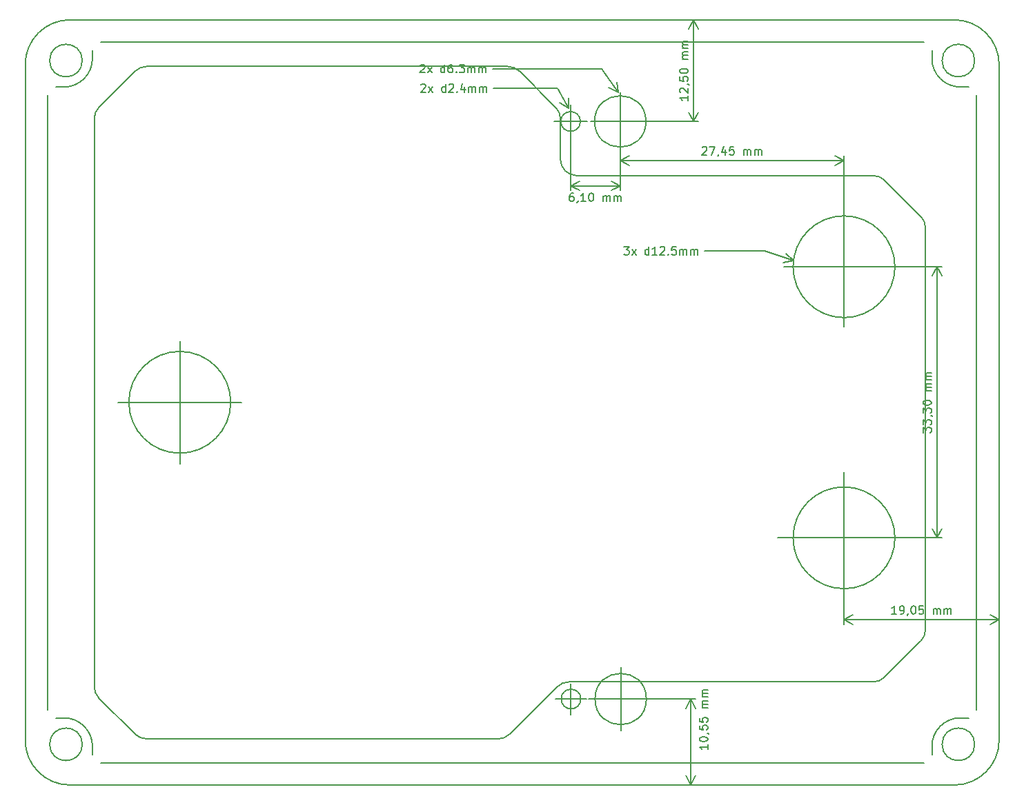
<source format=gbr>
%TF.GenerationSoftware,KiCad,Pcbnew,7.0.10*%
%TF.CreationDate,2024-02-08T22:37:47+01:00*%
%TF.ProjectId,LNA_1MHz,4c4e415f-314d-4487-9a2e-6b696361645f,V0*%
%TF.SameCoordinates,PX62ccf80PY8214c80*%
%TF.FileFunction,Other,User*%
%FSLAX46Y46*%
G04 Gerber Fmt 4.6, Leading zero omitted, Abs format (unit mm)*
G04 Created by KiCad (PCBNEW 7.0.10) date 2024-02-08 22:37:47*
%MOMM*%
%LPD*%
G01*
G04 APERTURE LIST*
%ADD10C,0.200000*%
%ADD11C,0.150000*%
%TA.AperFunction,Profile*%
%ADD12C,0.200000*%
%TD*%
G04 APERTURE END LIST*
D10*
X-216300Y84584309D02*
X-216300Y83583700D01*
D11*
X16750000Y41350000D02*
G75*
G03*
X4250000Y41350000I-6250000J0D01*
G01*
X4250000Y41350000D02*
G75*
G03*
X16750000Y41350000I6250000J0D01*
G01*
X67700000Y75850000D02*
G75*
G03*
X61400000Y75850000I-3150000J0D01*
G01*
X61400000Y75850000D02*
G75*
G03*
X67700000Y75850000I3150000J0D01*
G01*
X67750000Y4900000D02*
G75*
G03*
X61450000Y4900000I-3150000J0D01*
G01*
X61450000Y4900000D02*
G75*
G03*
X67750000Y4900000I3150000J0D01*
G01*
D10*
X-1466300Y-666300D02*
G75*
G03*
X-5466300Y-666300I-2000000J0D01*
G01*
X-5466300Y-666300D02*
G75*
G03*
X-1466300Y-666300I2000000J0D01*
G01*
X111033700Y82833700D02*
G75*
G03*
X105533700Y88333700I-5500000J0D01*
G01*
X-3716300Y80083700D02*
X-4716909Y80083700D01*
X-3716300Y80083700D02*
G75*
G03*
X-216300Y83583700I0J3500000D01*
G01*
X-1466300Y83333700D02*
G75*
G03*
X-5466300Y83333700I-2000000J0D01*
G01*
X-5466300Y83333700D02*
G75*
G03*
X-1466300Y83333700I2000000J0D01*
G01*
X783091Y-2916300D02*
X101784309Y-2916300D01*
D11*
X98250000Y24700000D02*
G75*
G03*
X85750000Y24700000I-6250000J0D01*
G01*
X85750000Y24700000D02*
G75*
G03*
X98250000Y24700000I6250000J0D01*
G01*
D10*
X-4716909Y2583700D02*
X-3716300Y2583700D01*
X-2966300Y-5666300D02*
X105533700Y-5666300D01*
X-5716300Y79084309D02*
X-5716300Y3583091D01*
D11*
X59650000Y75850000D02*
G75*
G03*
X57250000Y75850000I-1200000J0D01*
G01*
X57250000Y75850000D02*
G75*
G03*
X59650000Y75850000I1200000J0D01*
G01*
X98250000Y58000000D02*
G75*
G03*
X85750000Y58000000I-6250000J0D01*
G01*
X85750000Y58000000D02*
G75*
G03*
X98250000Y58000000I6250000J0D01*
G01*
D10*
X105533700Y88333700D02*
X-2966300Y88333700D01*
X-216300Y-916300D02*
X-216300Y-1916909D01*
X102783700Y83583700D02*
G75*
G03*
X106283700Y80083700I3500000J0D01*
G01*
X-216300Y-916300D02*
G75*
G03*
X-3716300Y2583700I-3500000J0D01*
G01*
X102783700Y83583700D02*
X102783700Y84584309D01*
X107284309Y80083700D02*
X106283700Y80083700D01*
X-8466300Y-166300D02*
G75*
G03*
X-2966300Y-5666300I5500000J0D01*
G01*
D11*
X59700000Y4900000D02*
G75*
G03*
X57300000Y4900000I-1200000J0D01*
G01*
X57300000Y4900000D02*
G75*
G03*
X59700000Y4900000I1200000J0D01*
G01*
D10*
X105533700Y-5666300D02*
G75*
G03*
X111033700Y-166300I0J5500000D01*
G01*
X106283700Y2583700D02*
G75*
G03*
X102783700Y-916300I0J-3500000D01*
G01*
X111033700Y-166300D02*
X111033700Y82833700D01*
X108283700Y3583091D02*
X108283700Y79084309D01*
X108033700Y83333700D02*
G75*
G03*
X104033700Y83333700I-2000000J0D01*
G01*
X104033700Y83333700D02*
G75*
G03*
X108033700Y83333700I2000000J0D01*
G01*
X102783700Y-1916909D02*
X102783700Y-916300D01*
X101784309Y85583700D02*
X783091Y85583700D01*
X-2966300Y88333700D02*
G75*
G03*
X-8466300Y82833700I0J-5500000D01*
G01*
X108033700Y-666300D02*
G75*
G03*
X104033700Y-666300I-2000000J0D01*
G01*
X104033700Y-666300D02*
G75*
G03*
X108033700Y-666300I2000000J0D01*
G01*
X106283700Y2583700D02*
X107284309Y2583700D01*
X-8466300Y82833700D02*
X-8466300Y-166300D01*
D11*
X98429762Y15345181D02*
X97858334Y15345181D01*
X98144048Y15345181D02*
X98144048Y16345181D01*
X98144048Y16345181D02*
X98048810Y16202324D01*
X98048810Y16202324D02*
X97953572Y16107086D01*
X97953572Y16107086D02*
X97858334Y16059467D01*
X98905953Y15345181D02*
X99096429Y15345181D01*
X99096429Y15345181D02*
X99191667Y15392800D01*
X99191667Y15392800D02*
X99239286Y15440420D01*
X99239286Y15440420D02*
X99334524Y15583277D01*
X99334524Y15583277D02*
X99382143Y15773753D01*
X99382143Y15773753D02*
X99382143Y16154705D01*
X99382143Y16154705D02*
X99334524Y16249943D01*
X99334524Y16249943D02*
X99286905Y16297562D01*
X99286905Y16297562D02*
X99191667Y16345181D01*
X99191667Y16345181D02*
X99001191Y16345181D01*
X99001191Y16345181D02*
X98905953Y16297562D01*
X98905953Y16297562D02*
X98858334Y16249943D01*
X98858334Y16249943D02*
X98810715Y16154705D01*
X98810715Y16154705D02*
X98810715Y15916610D01*
X98810715Y15916610D02*
X98858334Y15821372D01*
X98858334Y15821372D02*
X98905953Y15773753D01*
X98905953Y15773753D02*
X99001191Y15726134D01*
X99001191Y15726134D02*
X99191667Y15726134D01*
X99191667Y15726134D02*
X99286905Y15773753D01*
X99286905Y15773753D02*
X99334524Y15821372D01*
X99334524Y15821372D02*
X99382143Y15916610D01*
X99858334Y15392800D02*
X99858334Y15345181D01*
X99858334Y15345181D02*
X99810715Y15249943D01*
X99810715Y15249943D02*
X99763096Y15202324D01*
X100477381Y16345181D02*
X100572619Y16345181D01*
X100572619Y16345181D02*
X100667857Y16297562D01*
X100667857Y16297562D02*
X100715476Y16249943D01*
X100715476Y16249943D02*
X100763095Y16154705D01*
X100763095Y16154705D02*
X100810714Y15964229D01*
X100810714Y15964229D02*
X100810714Y15726134D01*
X100810714Y15726134D02*
X100763095Y15535658D01*
X100763095Y15535658D02*
X100715476Y15440420D01*
X100715476Y15440420D02*
X100667857Y15392800D01*
X100667857Y15392800D02*
X100572619Y15345181D01*
X100572619Y15345181D02*
X100477381Y15345181D01*
X100477381Y15345181D02*
X100382143Y15392800D01*
X100382143Y15392800D02*
X100334524Y15440420D01*
X100334524Y15440420D02*
X100286905Y15535658D01*
X100286905Y15535658D02*
X100239286Y15726134D01*
X100239286Y15726134D02*
X100239286Y15964229D01*
X100239286Y15964229D02*
X100286905Y16154705D01*
X100286905Y16154705D02*
X100334524Y16249943D01*
X100334524Y16249943D02*
X100382143Y16297562D01*
X100382143Y16297562D02*
X100477381Y16345181D01*
X101715476Y16345181D02*
X101239286Y16345181D01*
X101239286Y16345181D02*
X101191667Y15868991D01*
X101191667Y15868991D02*
X101239286Y15916610D01*
X101239286Y15916610D02*
X101334524Y15964229D01*
X101334524Y15964229D02*
X101572619Y15964229D01*
X101572619Y15964229D02*
X101667857Y15916610D01*
X101667857Y15916610D02*
X101715476Y15868991D01*
X101715476Y15868991D02*
X101763095Y15773753D01*
X101763095Y15773753D02*
X101763095Y15535658D01*
X101763095Y15535658D02*
X101715476Y15440420D01*
X101715476Y15440420D02*
X101667857Y15392800D01*
X101667857Y15392800D02*
X101572619Y15345181D01*
X101572619Y15345181D02*
X101334524Y15345181D01*
X101334524Y15345181D02*
X101239286Y15392800D01*
X101239286Y15392800D02*
X101191667Y15440420D01*
X102953572Y15345181D02*
X102953572Y16011848D01*
X102953572Y15916610D02*
X103001191Y15964229D01*
X103001191Y15964229D02*
X103096429Y16011848D01*
X103096429Y16011848D02*
X103239286Y16011848D01*
X103239286Y16011848D02*
X103334524Y15964229D01*
X103334524Y15964229D02*
X103382143Y15868991D01*
X103382143Y15868991D02*
X103382143Y15345181D01*
X103382143Y15868991D02*
X103429762Y15964229D01*
X103429762Y15964229D02*
X103525000Y16011848D01*
X103525000Y16011848D02*
X103667857Y16011848D01*
X103667857Y16011848D02*
X103763096Y15964229D01*
X103763096Y15964229D02*
X103810715Y15868991D01*
X103810715Y15868991D02*
X103810715Y15345181D01*
X104286905Y15345181D02*
X104286905Y16011848D01*
X104286905Y15916610D02*
X104334524Y15964229D01*
X104334524Y15964229D02*
X104429762Y16011848D01*
X104429762Y16011848D02*
X104572619Y16011848D01*
X104572619Y16011848D02*
X104667857Y15964229D01*
X104667857Y15964229D02*
X104715476Y15868991D01*
X104715476Y15868991D02*
X104715476Y15345181D01*
X104715476Y15868991D02*
X104763095Y15964229D01*
X104763095Y15964229D02*
X104858333Y16011848D01*
X104858333Y16011848D02*
X105001190Y16011848D01*
X105001190Y16011848D02*
X105096429Y15964229D01*
X105096429Y15964229D02*
X105144048Y15868991D01*
X105144048Y15868991D02*
X105144048Y15345181D01*
X92000000Y24200000D02*
X92000000Y14063580D01*
X111050000Y24200000D02*
X111050000Y14063580D01*
X92000000Y14650000D02*
X111050000Y14650000D01*
X92000000Y14650000D02*
X111050000Y14650000D01*
X92000000Y14650000D02*
X93126504Y15236421D01*
X92000000Y14650000D02*
X93126504Y14063579D01*
X111050000Y14650000D02*
X109923496Y14063579D01*
X111050000Y14650000D02*
X109923496Y15236421D01*
X72854819Y79004763D02*
X72854819Y78433335D01*
X72854819Y78719049D02*
X71854819Y78719049D01*
X71854819Y78719049D02*
X71997676Y78623811D01*
X71997676Y78623811D02*
X72092914Y78528573D01*
X72092914Y78528573D02*
X72140533Y78433335D01*
X71950057Y79385716D02*
X71902438Y79433335D01*
X71902438Y79433335D02*
X71854819Y79528573D01*
X71854819Y79528573D02*
X71854819Y79766668D01*
X71854819Y79766668D02*
X71902438Y79861906D01*
X71902438Y79861906D02*
X71950057Y79909525D01*
X71950057Y79909525D02*
X72045295Y79957144D01*
X72045295Y79957144D02*
X72140533Y79957144D01*
X72140533Y79957144D02*
X72283390Y79909525D01*
X72283390Y79909525D02*
X72854819Y79338097D01*
X72854819Y79338097D02*
X72854819Y79957144D01*
X72807200Y80433335D02*
X72854819Y80433335D01*
X72854819Y80433335D02*
X72950057Y80385716D01*
X72950057Y80385716D02*
X72997676Y80338097D01*
X71854819Y81338096D02*
X71854819Y80861906D01*
X71854819Y80861906D02*
X72331009Y80814287D01*
X72331009Y80814287D02*
X72283390Y80861906D01*
X72283390Y80861906D02*
X72235771Y80957144D01*
X72235771Y80957144D02*
X72235771Y81195239D01*
X72235771Y81195239D02*
X72283390Y81290477D01*
X72283390Y81290477D02*
X72331009Y81338096D01*
X72331009Y81338096D02*
X72426247Y81385715D01*
X72426247Y81385715D02*
X72664342Y81385715D01*
X72664342Y81385715D02*
X72759580Y81338096D01*
X72759580Y81338096D02*
X72807200Y81290477D01*
X72807200Y81290477D02*
X72854819Y81195239D01*
X72854819Y81195239D02*
X72854819Y80957144D01*
X72854819Y80957144D02*
X72807200Y80861906D01*
X72807200Y80861906D02*
X72759580Y80814287D01*
X71854819Y82004763D02*
X71854819Y82100001D01*
X71854819Y82100001D02*
X71902438Y82195239D01*
X71902438Y82195239D02*
X71950057Y82242858D01*
X71950057Y82242858D02*
X72045295Y82290477D01*
X72045295Y82290477D02*
X72235771Y82338096D01*
X72235771Y82338096D02*
X72473866Y82338096D01*
X72473866Y82338096D02*
X72664342Y82290477D01*
X72664342Y82290477D02*
X72759580Y82242858D01*
X72759580Y82242858D02*
X72807200Y82195239D01*
X72807200Y82195239D02*
X72854819Y82100001D01*
X72854819Y82100001D02*
X72854819Y82004763D01*
X72854819Y82004763D02*
X72807200Y81909525D01*
X72807200Y81909525D02*
X72759580Y81861906D01*
X72759580Y81861906D02*
X72664342Y81814287D01*
X72664342Y81814287D02*
X72473866Y81766668D01*
X72473866Y81766668D02*
X72235771Y81766668D01*
X72235771Y81766668D02*
X72045295Y81814287D01*
X72045295Y81814287D02*
X71950057Y81861906D01*
X71950057Y81861906D02*
X71902438Y81909525D01*
X71902438Y81909525D02*
X71854819Y82004763D01*
X72854819Y83528573D02*
X72188152Y83528573D01*
X72283390Y83528573D02*
X72235771Y83576192D01*
X72235771Y83576192D02*
X72188152Y83671430D01*
X72188152Y83671430D02*
X72188152Y83814287D01*
X72188152Y83814287D02*
X72235771Y83909525D01*
X72235771Y83909525D02*
X72331009Y83957144D01*
X72331009Y83957144D02*
X72854819Y83957144D01*
X72331009Y83957144D02*
X72235771Y84004763D01*
X72235771Y84004763D02*
X72188152Y84100001D01*
X72188152Y84100001D02*
X72188152Y84242858D01*
X72188152Y84242858D02*
X72235771Y84338097D01*
X72235771Y84338097D02*
X72331009Y84385716D01*
X72331009Y84385716D02*
X72854819Y84385716D01*
X72854819Y84861906D02*
X72188152Y84861906D01*
X72283390Y84861906D02*
X72235771Y84909525D01*
X72235771Y84909525D02*
X72188152Y85004763D01*
X72188152Y85004763D02*
X72188152Y85147620D01*
X72188152Y85147620D02*
X72235771Y85242858D01*
X72235771Y85242858D02*
X72331009Y85290477D01*
X72331009Y85290477D02*
X72854819Y85290477D01*
X72331009Y85290477D02*
X72235771Y85338096D01*
X72235771Y85338096D02*
X72188152Y85433334D01*
X72188152Y85433334D02*
X72188152Y85576191D01*
X72188152Y85576191D02*
X72235771Y85671430D01*
X72235771Y85671430D02*
X72331009Y85719049D01*
X72331009Y85719049D02*
X72854819Y85719049D01*
X65162500Y75850000D02*
X74136420Y75850000D01*
X65162500Y88350000D02*
X74136420Y88350000D01*
X73550000Y75850000D02*
X73550000Y88350000D01*
X73550000Y75850000D02*
X73550000Y88350000D01*
X73550000Y75850000D02*
X72963579Y76976504D01*
X73550000Y75850000D02*
X74136421Y76976504D01*
X73550000Y88350000D02*
X74136421Y87223496D01*
X73550000Y88350000D02*
X72963579Y87223496D01*
X58785714Y67045181D02*
X58595238Y67045181D01*
X58595238Y67045181D02*
X58500000Y66997562D01*
X58500000Y66997562D02*
X58452381Y66949943D01*
X58452381Y66949943D02*
X58357143Y66807086D01*
X58357143Y66807086D02*
X58309524Y66616610D01*
X58309524Y66616610D02*
X58309524Y66235658D01*
X58309524Y66235658D02*
X58357143Y66140420D01*
X58357143Y66140420D02*
X58404762Y66092800D01*
X58404762Y66092800D02*
X58500000Y66045181D01*
X58500000Y66045181D02*
X58690476Y66045181D01*
X58690476Y66045181D02*
X58785714Y66092800D01*
X58785714Y66092800D02*
X58833333Y66140420D01*
X58833333Y66140420D02*
X58880952Y66235658D01*
X58880952Y66235658D02*
X58880952Y66473753D01*
X58880952Y66473753D02*
X58833333Y66568991D01*
X58833333Y66568991D02*
X58785714Y66616610D01*
X58785714Y66616610D02*
X58690476Y66664229D01*
X58690476Y66664229D02*
X58500000Y66664229D01*
X58500000Y66664229D02*
X58404762Y66616610D01*
X58404762Y66616610D02*
X58357143Y66568991D01*
X58357143Y66568991D02*
X58309524Y66473753D01*
X59357143Y66092800D02*
X59357143Y66045181D01*
X59357143Y66045181D02*
X59309524Y65949943D01*
X59309524Y65949943D02*
X59261905Y65902324D01*
X60309523Y66045181D02*
X59738095Y66045181D01*
X60023809Y66045181D02*
X60023809Y67045181D01*
X60023809Y67045181D02*
X59928571Y66902324D01*
X59928571Y66902324D02*
X59833333Y66807086D01*
X59833333Y66807086D02*
X59738095Y66759467D01*
X60928571Y67045181D02*
X61023809Y67045181D01*
X61023809Y67045181D02*
X61119047Y66997562D01*
X61119047Y66997562D02*
X61166666Y66949943D01*
X61166666Y66949943D02*
X61214285Y66854705D01*
X61214285Y66854705D02*
X61261904Y66664229D01*
X61261904Y66664229D02*
X61261904Y66426134D01*
X61261904Y66426134D02*
X61214285Y66235658D01*
X61214285Y66235658D02*
X61166666Y66140420D01*
X61166666Y66140420D02*
X61119047Y66092800D01*
X61119047Y66092800D02*
X61023809Y66045181D01*
X61023809Y66045181D02*
X60928571Y66045181D01*
X60928571Y66045181D02*
X60833333Y66092800D01*
X60833333Y66092800D02*
X60785714Y66140420D01*
X60785714Y66140420D02*
X60738095Y66235658D01*
X60738095Y66235658D02*
X60690476Y66426134D01*
X60690476Y66426134D02*
X60690476Y66664229D01*
X60690476Y66664229D02*
X60738095Y66854705D01*
X60738095Y66854705D02*
X60785714Y66949943D01*
X60785714Y66949943D02*
X60833333Y66997562D01*
X60833333Y66997562D02*
X60928571Y67045181D01*
X62452381Y66045181D02*
X62452381Y66711848D01*
X62452381Y66616610D02*
X62500000Y66664229D01*
X62500000Y66664229D02*
X62595238Y66711848D01*
X62595238Y66711848D02*
X62738095Y66711848D01*
X62738095Y66711848D02*
X62833333Y66664229D01*
X62833333Y66664229D02*
X62880952Y66568991D01*
X62880952Y66568991D02*
X62880952Y66045181D01*
X62880952Y66568991D02*
X62928571Y66664229D01*
X62928571Y66664229D02*
X63023809Y66711848D01*
X63023809Y66711848D02*
X63166666Y66711848D01*
X63166666Y66711848D02*
X63261905Y66664229D01*
X63261905Y66664229D02*
X63309524Y66568991D01*
X63309524Y66568991D02*
X63309524Y66045181D01*
X63785714Y66045181D02*
X63785714Y66711848D01*
X63785714Y66616610D02*
X63833333Y66664229D01*
X63833333Y66664229D02*
X63928571Y66711848D01*
X63928571Y66711848D02*
X64071428Y66711848D01*
X64071428Y66711848D02*
X64166666Y66664229D01*
X64166666Y66664229D02*
X64214285Y66568991D01*
X64214285Y66568991D02*
X64214285Y66045181D01*
X64214285Y66568991D02*
X64261904Y66664229D01*
X64261904Y66664229D02*
X64357142Y66711848D01*
X64357142Y66711848D02*
X64499999Y66711848D01*
X64499999Y66711848D02*
X64595238Y66664229D01*
X64595238Y66664229D02*
X64642857Y66568991D01*
X64642857Y66568991D02*
X64642857Y66045181D01*
X64550000Y75350000D02*
X64550000Y67363580D01*
X58450000Y75350000D02*
X58450000Y67363580D01*
X64550000Y67950000D02*
X58450000Y67950000D01*
X64550000Y67950000D02*
X58450000Y67950000D01*
X64550000Y67950000D02*
X63423496Y67363579D01*
X64550000Y67950000D02*
X63423496Y68536421D01*
X58450000Y67950000D02*
X59576504Y68536421D01*
X58450000Y67950000D02*
X59576504Y67363579D01*
X101704819Y37635716D02*
X101704819Y38254763D01*
X101704819Y38254763D02*
X102085771Y37921430D01*
X102085771Y37921430D02*
X102085771Y38064287D01*
X102085771Y38064287D02*
X102133390Y38159525D01*
X102133390Y38159525D02*
X102181009Y38207144D01*
X102181009Y38207144D02*
X102276247Y38254763D01*
X102276247Y38254763D02*
X102514342Y38254763D01*
X102514342Y38254763D02*
X102609580Y38207144D01*
X102609580Y38207144D02*
X102657200Y38159525D01*
X102657200Y38159525D02*
X102704819Y38064287D01*
X102704819Y38064287D02*
X102704819Y37778573D01*
X102704819Y37778573D02*
X102657200Y37683335D01*
X102657200Y37683335D02*
X102609580Y37635716D01*
X101704819Y38588097D02*
X101704819Y39207144D01*
X101704819Y39207144D02*
X102085771Y38873811D01*
X102085771Y38873811D02*
X102085771Y39016668D01*
X102085771Y39016668D02*
X102133390Y39111906D01*
X102133390Y39111906D02*
X102181009Y39159525D01*
X102181009Y39159525D02*
X102276247Y39207144D01*
X102276247Y39207144D02*
X102514342Y39207144D01*
X102514342Y39207144D02*
X102609580Y39159525D01*
X102609580Y39159525D02*
X102657200Y39111906D01*
X102657200Y39111906D02*
X102704819Y39016668D01*
X102704819Y39016668D02*
X102704819Y38730954D01*
X102704819Y38730954D02*
X102657200Y38635716D01*
X102657200Y38635716D02*
X102609580Y38588097D01*
X102657200Y39683335D02*
X102704819Y39683335D01*
X102704819Y39683335D02*
X102800057Y39635716D01*
X102800057Y39635716D02*
X102847676Y39588097D01*
X101704819Y40016668D02*
X101704819Y40635715D01*
X101704819Y40635715D02*
X102085771Y40302382D01*
X102085771Y40302382D02*
X102085771Y40445239D01*
X102085771Y40445239D02*
X102133390Y40540477D01*
X102133390Y40540477D02*
X102181009Y40588096D01*
X102181009Y40588096D02*
X102276247Y40635715D01*
X102276247Y40635715D02*
X102514342Y40635715D01*
X102514342Y40635715D02*
X102609580Y40588096D01*
X102609580Y40588096D02*
X102657200Y40540477D01*
X102657200Y40540477D02*
X102704819Y40445239D01*
X102704819Y40445239D02*
X102704819Y40159525D01*
X102704819Y40159525D02*
X102657200Y40064287D01*
X102657200Y40064287D02*
X102609580Y40016668D01*
X101704819Y41254763D02*
X101704819Y41350001D01*
X101704819Y41350001D02*
X101752438Y41445239D01*
X101752438Y41445239D02*
X101800057Y41492858D01*
X101800057Y41492858D02*
X101895295Y41540477D01*
X101895295Y41540477D02*
X102085771Y41588096D01*
X102085771Y41588096D02*
X102323866Y41588096D01*
X102323866Y41588096D02*
X102514342Y41540477D01*
X102514342Y41540477D02*
X102609580Y41492858D01*
X102609580Y41492858D02*
X102657200Y41445239D01*
X102657200Y41445239D02*
X102704819Y41350001D01*
X102704819Y41350001D02*
X102704819Y41254763D01*
X102704819Y41254763D02*
X102657200Y41159525D01*
X102657200Y41159525D02*
X102609580Y41111906D01*
X102609580Y41111906D02*
X102514342Y41064287D01*
X102514342Y41064287D02*
X102323866Y41016668D01*
X102323866Y41016668D02*
X102085771Y41016668D01*
X102085771Y41016668D02*
X101895295Y41064287D01*
X101895295Y41064287D02*
X101800057Y41111906D01*
X101800057Y41111906D02*
X101752438Y41159525D01*
X101752438Y41159525D02*
X101704819Y41254763D01*
X102704819Y42778573D02*
X102038152Y42778573D01*
X102133390Y42778573D02*
X102085771Y42826192D01*
X102085771Y42826192D02*
X102038152Y42921430D01*
X102038152Y42921430D02*
X102038152Y43064287D01*
X102038152Y43064287D02*
X102085771Y43159525D01*
X102085771Y43159525D02*
X102181009Y43207144D01*
X102181009Y43207144D02*
X102704819Y43207144D01*
X102181009Y43207144D02*
X102085771Y43254763D01*
X102085771Y43254763D02*
X102038152Y43350001D01*
X102038152Y43350001D02*
X102038152Y43492858D01*
X102038152Y43492858D02*
X102085771Y43588097D01*
X102085771Y43588097D02*
X102181009Y43635716D01*
X102181009Y43635716D02*
X102704819Y43635716D01*
X102704819Y44111906D02*
X102038152Y44111906D01*
X102133390Y44111906D02*
X102085771Y44159525D01*
X102085771Y44159525D02*
X102038152Y44254763D01*
X102038152Y44254763D02*
X102038152Y44397620D01*
X102038152Y44397620D02*
X102085771Y44492858D01*
X102085771Y44492858D02*
X102181009Y44540477D01*
X102181009Y44540477D02*
X102704819Y44540477D01*
X102181009Y44540477D02*
X102085771Y44588096D01*
X102085771Y44588096D02*
X102038152Y44683334D01*
X102038152Y44683334D02*
X102038152Y44826191D01*
X102038152Y44826191D02*
X102085771Y44921430D01*
X102085771Y44921430D02*
X102181009Y44969049D01*
X102181009Y44969049D02*
X102704819Y44969049D01*
X92500000Y58000000D02*
X103986420Y58000000D01*
X92500000Y24700000D02*
X103986420Y24700000D01*
X103400000Y58000000D02*
X103400000Y24700000D01*
X103400000Y58000000D02*
X103400000Y24700000D01*
X103400000Y58000000D02*
X103986421Y56873496D01*
X103400000Y58000000D02*
X102813579Y56873496D01*
X103400000Y24700000D02*
X102813579Y25826504D01*
X103400000Y24700000D02*
X103986421Y25826504D01*
X75269981Y-705075D02*
X75269981Y-1276503D01*
X75269981Y-990789D02*
X74269981Y-990789D01*
X74269981Y-990789D02*
X74412838Y-1086027D01*
X74412838Y-1086027D02*
X74508076Y-1181265D01*
X74508076Y-1181265D02*
X74555695Y-1276503D01*
X74269981Y-86027D02*
X74269981Y9211D01*
X74269981Y9211D02*
X74317600Y104449D01*
X74317600Y104449D02*
X74365219Y152068D01*
X74365219Y152068D02*
X74460457Y199687D01*
X74460457Y199687D02*
X74650933Y247306D01*
X74650933Y247306D02*
X74889028Y247306D01*
X74889028Y247306D02*
X75079504Y199687D01*
X75079504Y199687D02*
X75174742Y152068D01*
X75174742Y152068D02*
X75222362Y104449D01*
X75222362Y104449D02*
X75269981Y9211D01*
X75269981Y9211D02*
X75269981Y-86027D01*
X75269981Y-86027D02*
X75222362Y-181265D01*
X75222362Y-181265D02*
X75174742Y-228884D01*
X75174742Y-228884D02*
X75079504Y-276503D01*
X75079504Y-276503D02*
X74889028Y-324122D01*
X74889028Y-324122D02*
X74650933Y-324122D01*
X74650933Y-324122D02*
X74460457Y-276503D01*
X74460457Y-276503D02*
X74365219Y-228884D01*
X74365219Y-228884D02*
X74317600Y-181265D01*
X74317600Y-181265D02*
X74269981Y-86027D01*
X75222362Y723497D02*
X75269981Y723497D01*
X75269981Y723497D02*
X75365219Y675878D01*
X75365219Y675878D02*
X75412838Y628259D01*
X74269981Y1628258D02*
X74269981Y1152068D01*
X74269981Y1152068D02*
X74746171Y1104449D01*
X74746171Y1104449D02*
X74698552Y1152068D01*
X74698552Y1152068D02*
X74650933Y1247306D01*
X74650933Y1247306D02*
X74650933Y1485401D01*
X74650933Y1485401D02*
X74698552Y1580639D01*
X74698552Y1580639D02*
X74746171Y1628258D01*
X74746171Y1628258D02*
X74841409Y1675877D01*
X74841409Y1675877D02*
X75079504Y1675877D01*
X75079504Y1675877D02*
X75174742Y1628258D01*
X75174742Y1628258D02*
X75222362Y1580639D01*
X75222362Y1580639D02*
X75269981Y1485401D01*
X75269981Y1485401D02*
X75269981Y1247306D01*
X75269981Y1247306D02*
X75222362Y1152068D01*
X75222362Y1152068D02*
X75174742Y1104449D01*
X74269981Y2580639D02*
X74269981Y2104449D01*
X74269981Y2104449D02*
X74746171Y2056830D01*
X74746171Y2056830D02*
X74698552Y2104449D01*
X74698552Y2104449D02*
X74650933Y2199687D01*
X74650933Y2199687D02*
X74650933Y2437782D01*
X74650933Y2437782D02*
X74698552Y2533020D01*
X74698552Y2533020D02*
X74746171Y2580639D01*
X74746171Y2580639D02*
X74841409Y2628258D01*
X74841409Y2628258D02*
X75079504Y2628258D01*
X75079504Y2628258D02*
X75174742Y2580639D01*
X75174742Y2580639D02*
X75222362Y2533020D01*
X75222362Y2533020D02*
X75269981Y2437782D01*
X75269981Y2437782D02*
X75269981Y2199687D01*
X75269981Y2199687D02*
X75222362Y2104449D01*
X75222362Y2104449D02*
X75174742Y2056830D01*
X75269981Y3818735D02*
X74603314Y3818735D01*
X74698552Y3818735D02*
X74650933Y3866354D01*
X74650933Y3866354D02*
X74603314Y3961592D01*
X74603314Y3961592D02*
X74603314Y4104449D01*
X74603314Y4104449D02*
X74650933Y4199687D01*
X74650933Y4199687D02*
X74746171Y4247306D01*
X74746171Y4247306D02*
X75269981Y4247306D01*
X74746171Y4247306D02*
X74650933Y4294925D01*
X74650933Y4294925D02*
X74603314Y4390163D01*
X74603314Y4390163D02*
X74603314Y4533020D01*
X74603314Y4533020D02*
X74650933Y4628259D01*
X74650933Y4628259D02*
X74746171Y4675878D01*
X74746171Y4675878D02*
X75269981Y4675878D01*
X75269981Y5152068D02*
X74603314Y5152068D01*
X74698552Y5152068D02*
X74650933Y5199687D01*
X74650933Y5199687D02*
X74603314Y5294925D01*
X74603314Y5294925D02*
X74603314Y5437782D01*
X74603314Y5437782D02*
X74650933Y5533020D01*
X74650933Y5533020D02*
X74746171Y5580639D01*
X74746171Y5580639D02*
X75269981Y5580639D01*
X74746171Y5580639D02*
X74650933Y5628258D01*
X74650933Y5628258D02*
X74603314Y5723496D01*
X74603314Y5723496D02*
X74603314Y5866353D01*
X74603314Y5866353D02*
X74650933Y5961592D01*
X74650933Y5961592D02*
X74746171Y6009211D01*
X74746171Y6009211D02*
X75269981Y6009211D01*
X65100000Y4900000D02*
X73786420Y4900000D01*
X65100000Y-5650000D02*
X73786420Y-5650000D01*
X73200000Y4900000D02*
X73200000Y-5650000D01*
X73200000Y4900000D02*
X73200000Y-5650000D01*
X73200000Y4900000D02*
X73786421Y3773496D01*
X73200000Y4900000D02*
X72613579Y3773496D01*
X73200000Y-5650000D02*
X72613579Y-4523496D01*
X73200000Y-5650000D02*
X73786421Y-4523496D01*
X40102381Y80349943D02*
X40150000Y80397562D01*
X40150000Y80397562D02*
X40245238Y80445181D01*
X40245238Y80445181D02*
X40483333Y80445181D01*
X40483333Y80445181D02*
X40578571Y80397562D01*
X40578571Y80397562D02*
X40626190Y80349943D01*
X40626190Y80349943D02*
X40673809Y80254705D01*
X40673809Y80254705D02*
X40673809Y80159467D01*
X40673809Y80159467D02*
X40626190Y80016610D01*
X40626190Y80016610D02*
X40054762Y79445181D01*
X40054762Y79445181D02*
X40673809Y79445181D01*
X41007143Y79445181D02*
X41530952Y80111848D01*
X41007143Y80111848D02*
X41530952Y79445181D01*
X43102381Y79445181D02*
X43102381Y80445181D01*
X43102381Y79492800D02*
X43007143Y79445181D01*
X43007143Y79445181D02*
X42816667Y79445181D01*
X42816667Y79445181D02*
X42721429Y79492800D01*
X42721429Y79492800D02*
X42673810Y79540420D01*
X42673810Y79540420D02*
X42626191Y79635658D01*
X42626191Y79635658D02*
X42626191Y79921372D01*
X42626191Y79921372D02*
X42673810Y80016610D01*
X42673810Y80016610D02*
X42721429Y80064229D01*
X42721429Y80064229D02*
X42816667Y80111848D01*
X42816667Y80111848D02*
X43007143Y80111848D01*
X43007143Y80111848D02*
X43102381Y80064229D01*
X43530953Y80349943D02*
X43578572Y80397562D01*
X43578572Y80397562D02*
X43673810Y80445181D01*
X43673810Y80445181D02*
X43911905Y80445181D01*
X43911905Y80445181D02*
X44007143Y80397562D01*
X44007143Y80397562D02*
X44054762Y80349943D01*
X44054762Y80349943D02*
X44102381Y80254705D01*
X44102381Y80254705D02*
X44102381Y80159467D01*
X44102381Y80159467D02*
X44054762Y80016610D01*
X44054762Y80016610D02*
X43483334Y79445181D01*
X43483334Y79445181D02*
X44102381Y79445181D01*
X44530953Y79540420D02*
X44578572Y79492800D01*
X44578572Y79492800D02*
X44530953Y79445181D01*
X44530953Y79445181D02*
X44483334Y79492800D01*
X44483334Y79492800D02*
X44530953Y79540420D01*
X44530953Y79540420D02*
X44530953Y79445181D01*
X45435714Y80111848D02*
X45435714Y79445181D01*
X45197619Y80492800D02*
X44959524Y79778515D01*
X44959524Y79778515D02*
X45578571Y79778515D01*
X45959524Y79445181D02*
X45959524Y80111848D01*
X45959524Y80016610D02*
X46007143Y80064229D01*
X46007143Y80064229D02*
X46102381Y80111848D01*
X46102381Y80111848D02*
X46245238Y80111848D01*
X46245238Y80111848D02*
X46340476Y80064229D01*
X46340476Y80064229D02*
X46388095Y79968991D01*
X46388095Y79968991D02*
X46388095Y79445181D01*
X46388095Y79968991D02*
X46435714Y80064229D01*
X46435714Y80064229D02*
X46530952Y80111848D01*
X46530952Y80111848D02*
X46673809Y80111848D01*
X46673809Y80111848D02*
X46769048Y80064229D01*
X46769048Y80064229D02*
X46816667Y79968991D01*
X46816667Y79968991D02*
X46816667Y79445181D01*
X47292857Y79445181D02*
X47292857Y80111848D01*
X47292857Y80016610D02*
X47340476Y80064229D01*
X47340476Y80064229D02*
X47435714Y80111848D01*
X47435714Y80111848D02*
X47578571Y80111848D01*
X47578571Y80111848D02*
X47673809Y80064229D01*
X47673809Y80064229D02*
X47721428Y79968991D01*
X47721428Y79968991D02*
X47721428Y79445181D01*
X47721428Y79968991D02*
X47769047Y80064229D01*
X47769047Y80064229D02*
X47864285Y80111848D01*
X47864285Y80111848D02*
X48007142Y80111848D01*
X48007142Y80111848D02*
X48102381Y80064229D01*
X48102381Y80064229D02*
X48150000Y79968991D01*
X48150000Y79968991D02*
X48150000Y79445181D01*
X58205233Y77485992D02*
X56850000Y79900000D01*
X58205233Y77485992D02*
X57142421Y78181212D01*
X58205233Y77485992D02*
X58165120Y78755358D01*
X56850000Y79900000D02*
X49013095Y79900000D01*
X58205233Y77485992D02*
X56850000Y79900000D01*
X58205233Y77485992D02*
X57142421Y78181212D01*
X58205233Y77485992D02*
X58165120Y78755358D01*
X56850000Y79900000D02*
X49013095Y79900000D01*
X40002381Y82749943D02*
X40050000Y82797562D01*
X40050000Y82797562D02*
X40145238Y82845181D01*
X40145238Y82845181D02*
X40383333Y82845181D01*
X40383333Y82845181D02*
X40478571Y82797562D01*
X40478571Y82797562D02*
X40526190Y82749943D01*
X40526190Y82749943D02*
X40573809Y82654705D01*
X40573809Y82654705D02*
X40573809Y82559467D01*
X40573809Y82559467D02*
X40526190Y82416610D01*
X40526190Y82416610D02*
X39954762Y81845181D01*
X39954762Y81845181D02*
X40573809Y81845181D01*
X40907143Y81845181D02*
X41430952Y82511848D01*
X40907143Y82511848D02*
X41430952Y81845181D01*
X43002381Y81845181D02*
X43002381Y82845181D01*
X43002381Y81892800D02*
X42907143Y81845181D01*
X42907143Y81845181D02*
X42716667Y81845181D01*
X42716667Y81845181D02*
X42621429Y81892800D01*
X42621429Y81892800D02*
X42573810Y81940420D01*
X42573810Y81940420D02*
X42526191Y82035658D01*
X42526191Y82035658D02*
X42526191Y82321372D01*
X42526191Y82321372D02*
X42573810Y82416610D01*
X42573810Y82416610D02*
X42621429Y82464229D01*
X42621429Y82464229D02*
X42716667Y82511848D01*
X42716667Y82511848D02*
X42907143Y82511848D01*
X42907143Y82511848D02*
X43002381Y82464229D01*
X43907143Y82845181D02*
X43716667Y82845181D01*
X43716667Y82845181D02*
X43621429Y82797562D01*
X43621429Y82797562D02*
X43573810Y82749943D01*
X43573810Y82749943D02*
X43478572Y82607086D01*
X43478572Y82607086D02*
X43430953Y82416610D01*
X43430953Y82416610D02*
X43430953Y82035658D01*
X43430953Y82035658D02*
X43478572Y81940420D01*
X43478572Y81940420D02*
X43526191Y81892800D01*
X43526191Y81892800D02*
X43621429Y81845181D01*
X43621429Y81845181D02*
X43811905Y81845181D01*
X43811905Y81845181D02*
X43907143Y81892800D01*
X43907143Y81892800D02*
X43954762Y81940420D01*
X43954762Y81940420D02*
X44002381Y82035658D01*
X44002381Y82035658D02*
X44002381Y82273753D01*
X44002381Y82273753D02*
X43954762Y82368991D01*
X43954762Y82368991D02*
X43907143Y82416610D01*
X43907143Y82416610D02*
X43811905Y82464229D01*
X43811905Y82464229D02*
X43621429Y82464229D01*
X43621429Y82464229D02*
X43526191Y82416610D01*
X43526191Y82416610D02*
X43478572Y82368991D01*
X43478572Y82368991D02*
X43430953Y82273753D01*
X44430953Y81940420D02*
X44478572Y81892800D01*
X44478572Y81892800D02*
X44430953Y81845181D01*
X44430953Y81845181D02*
X44383334Y81892800D01*
X44383334Y81892800D02*
X44430953Y81940420D01*
X44430953Y81940420D02*
X44430953Y81845181D01*
X44811905Y82845181D02*
X45430952Y82845181D01*
X45430952Y82845181D02*
X45097619Y82464229D01*
X45097619Y82464229D02*
X45240476Y82464229D01*
X45240476Y82464229D02*
X45335714Y82416610D01*
X45335714Y82416610D02*
X45383333Y82368991D01*
X45383333Y82368991D02*
X45430952Y82273753D01*
X45430952Y82273753D02*
X45430952Y82035658D01*
X45430952Y82035658D02*
X45383333Y81940420D01*
X45383333Y81940420D02*
X45335714Y81892800D01*
X45335714Y81892800D02*
X45240476Y81845181D01*
X45240476Y81845181D02*
X44954762Y81845181D01*
X44954762Y81845181D02*
X44859524Y81892800D01*
X44859524Y81892800D02*
X44811905Y81940420D01*
X45859524Y81845181D02*
X45859524Y82511848D01*
X45859524Y82416610D02*
X45907143Y82464229D01*
X45907143Y82464229D02*
X46002381Y82511848D01*
X46002381Y82511848D02*
X46145238Y82511848D01*
X46145238Y82511848D02*
X46240476Y82464229D01*
X46240476Y82464229D02*
X46288095Y82368991D01*
X46288095Y82368991D02*
X46288095Y81845181D01*
X46288095Y82368991D02*
X46335714Y82464229D01*
X46335714Y82464229D02*
X46430952Y82511848D01*
X46430952Y82511848D02*
X46573809Y82511848D01*
X46573809Y82511848D02*
X46669048Y82464229D01*
X46669048Y82464229D02*
X46716667Y82368991D01*
X46716667Y82368991D02*
X46716667Y81845181D01*
X47192857Y81845181D02*
X47192857Y82511848D01*
X47192857Y82416610D02*
X47240476Y82464229D01*
X47240476Y82464229D02*
X47335714Y82511848D01*
X47335714Y82511848D02*
X47478571Y82511848D01*
X47478571Y82511848D02*
X47573809Y82464229D01*
X47573809Y82464229D02*
X47621428Y82368991D01*
X47621428Y82368991D02*
X47621428Y81845181D01*
X47621428Y82368991D02*
X47669047Y82464229D01*
X47669047Y82464229D02*
X47764285Y82511848D01*
X47764285Y82511848D02*
X47907142Y82511848D01*
X47907142Y82511848D02*
X48002381Y82464229D01*
X48002381Y82464229D02*
X48050000Y82368991D01*
X48050000Y82368991D02*
X48050000Y81845181D01*
X64268332Y79413114D02*
X62300000Y82300000D01*
X64268332Y79413114D02*
X63149214Y80013510D01*
X64268332Y79413114D02*
X64118248Y80674215D01*
X62300000Y82300000D02*
X48913095Y82300000D01*
X64268332Y79413114D02*
X62300000Y82300000D01*
X64268332Y79413114D02*
X63149214Y80013510D01*
X64268332Y79413114D02*
X64118248Y80674215D01*
X62300000Y82300000D02*
X48913095Y82300000D01*
X65003161Y60469770D02*
X65622208Y60469770D01*
X65622208Y60469770D02*
X65288875Y60088818D01*
X65288875Y60088818D02*
X65431732Y60088818D01*
X65431732Y60088818D02*
X65526970Y60041199D01*
X65526970Y60041199D02*
X65574589Y59993580D01*
X65574589Y59993580D02*
X65622208Y59898342D01*
X65622208Y59898342D02*
X65622208Y59660247D01*
X65622208Y59660247D02*
X65574589Y59565009D01*
X65574589Y59565009D02*
X65526970Y59517389D01*
X65526970Y59517389D02*
X65431732Y59469770D01*
X65431732Y59469770D02*
X65146018Y59469770D01*
X65146018Y59469770D02*
X65050780Y59517389D01*
X65050780Y59517389D02*
X65003161Y59565009D01*
X65955542Y59469770D02*
X66479351Y60136437D01*
X65955542Y60136437D02*
X66479351Y59469770D01*
X68050780Y59469770D02*
X68050780Y60469770D01*
X68050780Y59517389D02*
X67955542Y59469770D01*
X67955542Y59469770D02*
X67765066Y59469770D01*
X67765066Y59469770D02*
X67669828Y59517389D01*
X67669828Y59517389D02*
X67622209Y59565009D01*
X67622209Y59565009D02*
X67574590Y59660247D01*
X67574590Y59660247D02*
X67574590Y59945961D01*
X67574590Y59945961D02*
X67622209Y60041199D01*
X67622209Y60041199D02*
X67669828Y60088818D01*
X67669828Y60088818D02*
X67765066Y60136437D01*
X67765066Y60136437D02*
X67955542Y60136437D01*
X67955542Y60136437D02*
X68050780Y60088818D01*
X69050780Y59469770D02*
X68479352Y59469770D01*
X68765066Y59469770D02*
X68765066Y60469770D01*
X68765066Y60469770D02*
X68669828Y60326913D01*
X68669828Y60326913D02*
X68574590Y60231675D01*
X68574590Y60231675D02*
X68479352Y60184056D01*
X69431733Y60374532D02*
X69479352Y60422151D01*
X69479352Y60422151D02*
X69574590Y60469770D01*
X69574590Y60469770D02*
X69812685Y60469770D01*
X69812685Y60469770D02*
X69907923Y60422151D01*
X69907923Y60422151D02*
X69955542Y60374532D01*
X69955542Y60374532D02*
X70003161Y60279294D01*
X70003161Y60279294D02*
X70003161Y60184056D01*
X70003161Y60184056D02*
X69955542Y60041199D01*
X69955542Y60041199D02*
X69384114Y59469770D01*
X69384114Y59469770D02*
X70003161Y59469770D01*
X70431733Y59565009D02*
X70479352Y59517389D01*
X70479352Y59517389D02*
X70431733Y59469770D01*
X70431733Y59469770D02*
X70384114Y59517389D01*
X70384114Y59517389D02*
X70431733Y59565009D01*
X70431733Y59565009D02*
X70431733Y59469770D01*
X71384113Y60469770D02*
X70907923Y60469770D01*
X70907923Y60469770D02*
X70860304Y59993580D01*
X70860304Y59993580D02*
X70907923Y60041199D01*
X70907923Y60041199D02*
X71003161Y60088818D01*
X71003161Y60088818D02*
X71241256Y60088818D01*
X71241256Y60088818D02*
X71336494Y60041199D01*
X71336494Y60041199D02*
X71384113Y59993580D01*
X71384113Y59993580D02*
X71431732Y59898342D01*
X71431732Y59898342D02*
X71431732Y59660247D01*
X71431732Y59660247D02*
X71384113Y59565009D01*
X71384113Y59565009D02*
X71336494Y59517389D01*
X71336494Y59517389D02*
X71241256Y59469770D01*
X71241256Y59469770D02*
X71003161Y59469770D01*
X71003161Y59469770D02*
X70907923Y59517389D01*
X70907923Y59517389D02*
X70860304Y59565009D01*
X71860304Y59469770D02*
X71860304Y60136437D01*
X71860304Y60041199D02*
X71907923Y60088818D01*
X71907923Y60088818D02*
X72003161Y60136437D01*
X72003161Y60136437D02*
X72146018Y60136437D01*
X72146018Y60136437D02*
X72241256Y60088818D01*
X72241256Y60088818D02*
X72288875Y59993580D01*
X72288875Y59993580D02*
X72288875Y59469770D01*
X72288875Y59993580D02*
X72336494Y60088818D01*
X72336494Y60088818D02*
X72431732Y60136437D01*
X72431732Y60136437D02*
X72574589Y60136437D01*
X72574589Y60136437D02*
X72669828Y60088818D01*
X72669828Y60088818D02*
X72717447Y59993580D01*
X72717447Y59993580D02*
X72717447Y59469770D01*
X73193637Y59469770D02*
X73193637Y60136437D01*
X73193637Y60041199D02*
X73241256Y60088818D01*
X73241256Y60088818D02*
X73336494Y60136437D01*
X73336494Y60136437D02*
X73479351Y60136437D01*
X73479351Y60136437D02*
X73574589Y60088818D01*
X73574589Y60088818D02*
X73622208Y59993580D01*
X73622208Y59993580D02*
X73622208Y59469770D01*
X73622208Y59993580D02*
X73669827Y60088818D01*
X73669827Y60088818D02*
X73765065Y60136437D01*
X73765065Y60136437D02*
X73907922Y60136437D01*
X73907922Y60136437D02*
X74003161Y60088818D01*
X74003161Y60088818D02*
X74050780Y59993580D01*
X74050780Y59993580D02*
X74050780Y59469770D01*
X85792911Y58732104D02*
X82274589Y59924589D01*
X85792911Y58732104D02*
X84537782Y58538324D01*
X85792911Y58732104D02*
X84914263Y59649098D01*
X82274589Y59924589D02*
X74913875Y59924589D01*
X85792911Y58732104D02*
X82274589Y59924589D01*
X85792911Y58732104D02*
X84537782Y58538324D01*
X85792911Y58732104D02*
X84914263Y59649098D01*
X82274589Y59924589D02*
X74913875Y59924589D01*
X64550000Y72250000D02*
X64550000Y79450000D01*
X60950000Y75850000D02*
X68150000Y75850000D01*
X58500000Y3000000D02*
X58500000Y6800000D01*
X56600000Y4900000D02*
X60400000Y4900000D01*
X10500000Y33800000D02*
X10500000Y48900000D01*
X2950000Y41350000D02*
X18050000Y41350000D01*
X92000000Y16600000D02*
X92000000Y32800000D01*
X83900000Y24700000D02*
X100100000Y24700000D01*
X64600000Y1000000D02*
X64600000Y8800000D01*
X60700000Y4900000D02*
X68500000Y4900000D01*
X58450000Y73800000D02*
X58450000Y77900000D01*
X56400000Y75850000D02*
X60500000Y75850000D01*
X92000000Y50650000D02*
X92000000Y65350000D01*
X84650000Y58000000D02*
X99350000Y58000000D01*
X74608334Y72649943D02*
X74655953Y72697562D01*
X74655953Y72697562D02*
X74751191Y72745181D01*
X74751191Y72745181D02*
X74989286Y72745181D01*
X74989286Y72745181D02*
X75084524Y72697562D01*
X75084524Y72697562D02*
X75132143Y72649943D01*
X75132143Y72649943D02*
X75179762Y72554705D01*
X75179762Y72554705D02*
X75179762Y72459467D01*
X75179762Y72459467D02*
X75132143Y72316610D01*
X75132143Y72316610D02*
X74560715Y71745181D01*
X74560715Y71745181D02*
X75179762Y71745181D01*
X75513096Y72745181D02*
X76179762Y72745181D01*
X76179762Y72745181D02*
X75751191Y71745181D01*
X76608334Y71792800D02*
X76608334Y71745181D01*
X76608334Y71745181D02*
X76560715Y71649943D01*
X76560715Y71649943D02*
X76513096Y71602324D01*
X77465476Y72411848D02*
X77465476Y71745181D01*
X77227381Y72792800D02*
X76989286Y72078515D01*
X76989286Y72078515D02*
X77608333Y72078515D01*
X78465476Y72745181D02*
X77989286Y72745181D01*
X77989286Y72745181D02*
X77941667Y72268991D01*
X77941667Y72268991D02*
X77989286Y72316610D01*
X77989286Y72316610D02*
X78084524Y72364229D01*
X78084524Y72364229D02*
X78322619Y72364229D01*
X78322619Y72364229D02*
X78417857Y72316610D01*
X78417857Y72316610D02*
X78465476Y72268991D01*
X78465476Y72268991D02*
X78513095Y72173753D01*
X78513095Y72173753D02*
X78513095Y71935658D01*
X78513095Y71935658D02*
X78465476Y71840420D01*
X78465476Y71840420D02*
X78417857Y71792800D01*
X78417857Y71792800D02*
X78322619Y71745181D01*
X78322619Y71745181D02*
X78084524Y71745181D01*
X78084524Y71745181D02*
X77989286Y71792800D01*
X77989286Y71792800D02*
X77941667Y71840420D01*
X79703572Y71745181D02*
X79703572Y72411848D01*
X79703572Y72316610D02*
X79751191Y72364229D01*
X79751191Y72364229D02*
X79846429Y72411848D01*
X79846429Y72411848D02*
X79989286Y72411848D01*
X79989286Y72411848D02*
X80084524Y72364229D01*
X80084524Y72364229D02*
X80132143Y72268991D01*
X80132143Y72268991D02*
X80132143Y71745181D01*
X80132143Y72268991D02*
X80179762Y72364229D01*
X80179762Y72364229D02*
X80275000Y72411848D01*
X80275000Y72411848D02*
X80417857Y72411848D01*
X80417857Y72411848D02*
X80513096Y72364229D01*
X80513096Y72364229D02*
X80560715Y72268991D01*
X80560715Y72268991D02*
X80560715Y71745181D01*
X81036905Y71745181D02*
X81036905Y72411848D01*
X81036905Y72316610D02*
X81084524Y72364229D01*
X81084524Y72364229D02*
X81179762Y72411848D01*
X81179762Y72411848D02*
X81322619Y72411848D01*
X81322619Y72411848D02*
X81417857Y72364229D01*
X81417857Y72364229D02*
X81465476Y72268991D01*
X81465476Y72268991D02*
X81465476Y71745181D01*
X81465476Y72268991D02*
X81513095Y72364229D01*
X81513095Y72364229D02*
X81608333Y72411848D01*
X81608333Y72411848D02*
X81751190Y72411848D01*
X81751190Y72411848D02*
X81846429Y72364229D01*
X81846429Y72364229D02*
X81894048Y72268991D01*
X81894048Y72268991D02*
X81894048Y71745181D01*
X92000000Y58500000D02*
X92000000Y71636420D01*
X64550000Y70463580D02*
X64550000Y74600000D01*
X92000000Y71050000D02*
X64550000Y71050000D01*
X92000000Y71050000D02*
X64550000Y71050000D01*
X92000000Y71050000D02*
X90873496Y70463579D01*
X92000000Y71050000D02*
X90873496Y71636421D01*
X64550000Y71050000D02*
X65676504Y71636421D01*
X64550000Y71050000D02*
X65676504Y70463579D01*
D12*
X57200000Y71200000D02*
G75*
G03*
X59200000Y69200000I2000000J0D01*
G01*
X5014213Y82014214D02*
X585786Y77585786D01*
X57200000Y71200000D02*
X57200000Y76171573D01*
X5014200Y585773D02*
G75*
G03*
X6428427Y0I1414200J1414227D01*
G01*
X585786Y5014214D02*
X5014213Y585786D01*
X585772Y77585800D02*
G75*
G03*
X0Y76171573I1414228J-1414200D01*
G01*
X6428427Y82599981D02*
G75*
G03*
X5014213Y82014214I-27J-1999981D01*
G01*
X6428427Y0D02*
X49571572Y0D01*
X102000000Y13428427D02*
X102000000Y62771573D01*
X101414213Y64185786D02*
X96985786Y68614214D01*
X57199980Y76171573D02*
G75*
G03*
X56614213Y77585786I-1999980J27D01*
G01*
X58228427Y6999981D02*
G75*
G03*
X56814213Y6414214I-27J-1999981D01*
G01*
X95571572Y69200000D02*
X59200000Y69200000D01*
X95571572Y7000020D02*
G75*
G03*
X96985785Y7585787I28J1999980D01*
G01*
X101999980Y62771573D02*
G75*
G03*
X101414213Y64185786I-1999980J27D01*
G01*
X96985786Y7585786D02*
X101414213Y12014214D01*
X50985786Y585786D02*
X56814213Y6414214D01*
X56614213Y77585786D02*
X52185786Y82014214D01*
X50771572Y82600000D02*
X6428427Y82600000D01*
X101414227Y12014200D02*
G75*
G03*
X102000000Y13428427I-1414227J1414200D01*
G01*
X58228427Y7000000D02*
X95571572Y7000000D01*
X0Y76171573D02*
X0Y6428427D01*
X49571572Y20D02*
G75*
G03*
X50985785Y585787I28J1999980D01*
G01*
X96985800Y68614228D02*
G75*
G03*
X95571572Y69200000I-1414200J-1414228D01*
G01*
X52185800Y82014228D02*
G75*
G03*
X50771572Y82600000I-1414200J-1414228D01*
G01*
X20Y6428427D02*
G75*
G03*
X585787Y5014215I1999980J-27D01*
G01*
M02*

</source>
